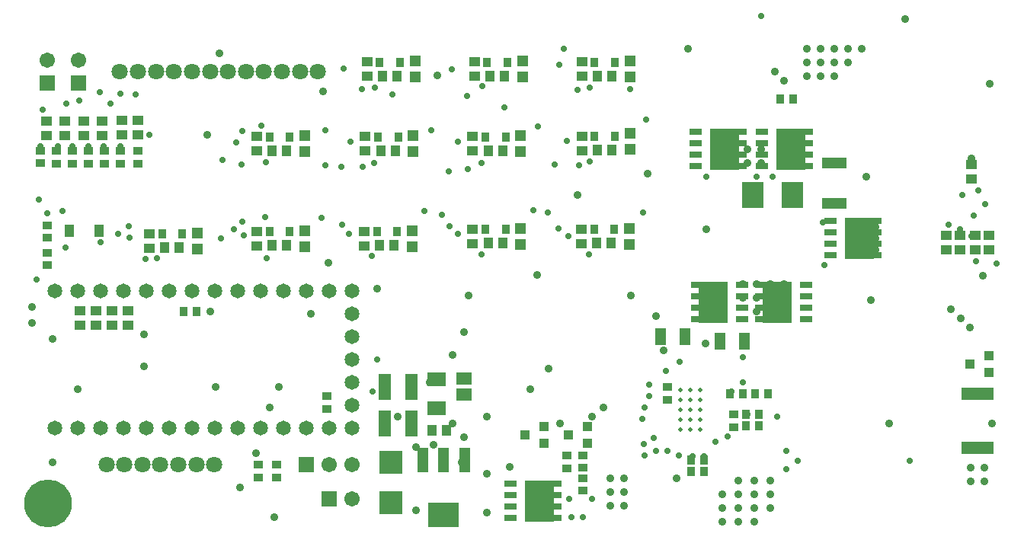
<source format=gbs>
G04 Layer_Color=16711935*
%FSAX24Y24*%
%MOIN*%
G70*
G01*
G75*
%ADD79R,0.0434X0.0356*%
%ADD99R,0.0356X0.0434*%
%ADD102C,0.0650*%
%ADD103C,0.0671*%
%ADD104R,0.0671X0.0671*%
%ADD105C,0.0710*%
%ADD106R,0.0671X0.0671*%
%ADD107C,0.2090*%
%ADD108C,0.0360*%
%ADD109C,0.0280*%
%ADD110C,0.0198*%
%ADD111R,0.0550X0.0300*%
%ADD112R,0.1399X0.0572*%
%ADD113R,0.0474X0.0434*%
%ADD114R,0.0986X0.0986*%
%ADD115R,0.0434X0.0474*%
%ADD116R,0.0533X0.1143*%
%ADD117R,0.0828X0.0612*%
%ADD118R,0.0651X0.0533*%
%ADD119R,0.0440X0.0400*%
%ADD120R,0.0474X0.1064*%
%ADD121R,0.1379X0.1064*%
%ADD122R,0.0454X0.0749*%
%ADD123R,0.0930X0.1160*%
%ADD124R,0.1104X0.0493*%
%ADD125R,0.0328X0.0407*%
%ADD126R,0.0513X0.0513*%
%ADD127R,0.0438X0.0560*%
%ADD128R,0.1300X0.1812*%
D79*
X035000Y013524D02*
D03*
Y014076D02*
D03*
X035800Y014076D02*
D03*
Y013524D02*
D03*
X038000Y016524D02*
D03*
Y017076D02*
D03*
X049200Y014500D02*
D03*
Y013949D02*
D03*
Y013500D02*
D03*
Y012949D02*
D03*
X052900Y016924D02*
D03*
Y017476D02*
D03*
X055800Y015724D02*
D03*
Y016276D02*
D03*
X048500Y014476D02*
D03*
Y013924D02*
D03*
X025766Y023361D02*
D03*
Y022810D02*
D03*
Y024561D02*
D03*
Y024010D02*
D03*
X029716Y027260D02*
D03*
Y027811D02*
D03*
X028966Y027811D02*
D03*
Y027260D02*
D03*
X028266Y027811D02*
D03*
Y027260D02*
D03*
X027566Y027811D02*
D03*
Y027260D02*
D03*
X026866Y027811D02*
D03*
Y027260D02*
D03*
X026166Y027811D02*
D03*
Y027260D02*
D03*
X025466Y027836D02*
D03*
Y027285D02*
D03*
D99*
X032276Y020800D02*
D03*
X031724D02*
D03*
X054476Y014300D02*
D03*
X053924D02*
D03*
X054476Y013800D02*
D03*
X053924D02*
D03*
X056876Y016276D02*
D03*
X056324D02*
D03*
X056876Y015776D02*
D03*
X056324D02*
D03*
X055624Y017200D02*
D03*
X056176D02*
D03*
X057276D02*
D03*
X056724D02*
D03*
X058376Y030100D02*
D03*
X057824D02*
D03*
D102*
X026100Y015700D02*
D03*
X027100D02*
D03*
X028100D02*
D03*
X029100D02*
D03*
X030100D02*
D03*
X031100D02*
D03*
X032100D02*
D03*
X033100D02*
D03*
X034100D02*
D03*
X035100D02*
D03*
X036100D02*
D03*
X037100D02*
D03*
X038100D02*
D03*
X039100D02*
D03*
Y016700D02*
D03*
Y017700D02*
D03*
Y018700D02*
D03*
Y019700D02*
D03*
Y020700D02*
D03*
Y021700D02*
D03*
X038100D02*
D03*
X037100D02*
D03*
X036100D02*
D03*
X035100D02*
D03*
X034100D02*
D03*
X033100D02*
D03*
X032100D02*
D03*
X031100D02*
D03*
X030100D02*
D03*
X029100D02*
D03*
X028100D02*
D03*
X027100D02*
D03*
X026100D02*
D03*
D103*
X027116Y031786D02*
D03*
X025766D02*
D03*
X039100Y012600D02*
D03*
Y014100D02*
D03*
X038100D02*
D03*
D104*
X027116Y030786D02*
D03*
X025766D02*
D03*
D105*
X029910Y014100D02*
D03*
X030700D02*
D03*
X031490D02*
D03*
X032277D02*
D03*
X033065D02*
D03*
X029128D02*
D03*
X028340D02*
D03*
X032872Y031286D02*
D03*
X028935D02*
D03*
X029722D02*
D03*
X030510D02*
D03*
X031300D02*
D03*
X032090D02*
D03*
X036814D02*
D03*
X036024D02*
D03*
X035234D02*
D03*
X034447D02*
D03*
X033659D02*
D03*
X037596D02*
D03*
D106*
X038100Y012600D02*
D03*
X037100Y014100D02*
D03*
D107*
X025800Y012400D02*
D03*
D108*
X065705Y020495D02*
D03*
X066110Y020090D02*
D03*
X061800Y021300D02*
D03*
X045000Y013700D02*
D03*
X046000Y014000D02*
D03*
X061600Y026700D02*
D03*
X049600Y016200D02*
D03*
X053800Y032300D02*
D03*
X026000Y014200D02*
D03*
X040200Y021800D02*
D03*
X054600Y024400D02*
D03*
X044200Y021500D02*
D03*
X047200Y022400D02*
D03*
X043500Y018900D02*
D03*
X037300Y020700D02*
D03*
X030000Y018400D02*
D03*
X027100Y017400D02*
D03*
X034900Y014600D02*
D03*
X025100Y020982D02*
D03*
Y020300D02*
D03*
X026000Y019600D02*
D03*
X033119Y017501D02*
D03*
X035900Y017500D02*
D03*
X030000Y019800D02*
D03*
X063300Y033600D02*
D03*
X067000Y030763D02*
D03*
X035700Y011800D02*
D03*
X042500Y017695D02*
D03*
X045000Y012000D02*
D03*
X055300Y012800D02*
D03*
Y012200D02*
D03*
Y011600D02*
D03*
X056000Y013400D02*
D03*
Y011600D02*
D03*
Y012200D02*
D03*
Y012800D02*
D03*
X061400Y032300D02*
D03*
X060800D02*
D03*
X060200D02*
D03*
X059600D02*
D03*
X059000D02*
D03*
X062600Y015900D02*
D03*
X067100D02*
D03*
X056700Y011600D02*
D03*
X060800Y031700D02*
D03*
X060200D02*
D03*
X059000D02*
D03*
X059600D02*
D03*
X060200Y031100D02*
D03*
X059600D02*
D03*
X056700Y012200D02*
D03*
X057400D02*
D03*
Y012800D02*
D03*
X056700D02*
D03*
Y013400D02*
D03*
X057400D02*
D03*
X032900Y020800D02*
D03*
X044000Y019900D02*
D03*
X045000Y016200D02*
D03*
X041898Y014863D02*
D03*
X041900Y012100D02*
D03*
X051000Y013500D02*
D03*
X050400D02*
D03*
X051000Y012900D02*
D03*
X050400D02*
D03*
Y012300D02*
D03*
X051000D02*
D03*
X050100Y016600D02*
D03*
X040900Y014300D02*
D03*
X043500Y015900D02*
D03*
X043900Y014200D02*
D03*
X042647Y014974D02*
D03*
X041100Y016200D02*
D03*
X051300Y021500D02*
D03*
X052400Y020600D02*
D03*
X054550Y019400D02*
D03*
X057600Y031300D02*
D03*
X062000Y024500D02*
D03*
X061500D02*
D03*
X061000D02*
D03*
X062000Y024000D02*
D03*
X061500D02*
D03*
X061000D02*
D03*
X062000Y023500D02*
D03*
X061500D02*
D03*
X061000D02*
D03*
X052733Y019100D02*
D03*
X055800Y028500D02*
D03*
X055200D02*
D03*
X056400Y027900D02*
D03*
X055800D02*
D03*
X055200D02*
D03*
X056400Y027300D02*
D03*
X055800D02*
D03*
X055200D02*
D03*
X033300Y032100D02*
D03*
X065300Y020900D02*
D03*
X066750Y013350D02*
D03*
X066150D02*
D03*
X066750Y013950D02*
D03*
X066150D02*
D03*
X048966Y025886D02*
D03*
X032766Y028536D02*
D03*
X052016Y026836D02*
D03*
X037816Y030436D02*
D03*
X042816Y031136D02*
D03*
X038066Y022936D02*
D03*
X066700Y022350D02*
D03*
X053300Y013500D02*
D03*
X066200Y027500D02*
D03*
X057000Y027900D02*
D03*
Y027300D02*
D03*
X056200Y021400D02*
D03*
Y022000D02*
D03*
X056800D02*
D03*
Y021400D02*
D03*
Y020800D02*
D03*
X057400D02*
D03*
Y021400D02*
D03*
Y022000D02*
D03*
X058000D02*
D03*
Y021400D02*
D03*
X034200Y013100D02*
D03*
X048200Y015900D02*
D03*
X047700Y018300D02*
D03*
X046900Y017400D02*
D03*
X035500Y016600D02*
D03*
X044000Y015300D02*
D03*
X058000Y030900D02*
D03*
X059000Y031100D02*
D03*
D109*
X053400Y014500D02*
D03*
X049600Y012600D02*
D03*
X067300Y022907D02*
D03*
X057000Y033719D02*
D03*
X025381Y025700D02*
D03*
X025766Y025086D02*
D03*
X026416Y025186D02*
D03*
X026566Y023586D02*
D03*
X025300Y022200D02*
D03*
X040200Y018700D02*
D03*
X058102Y014680D02*
D03*
X058100Y013900D02*
D03*
X059700Y024700D02*
D03*
X055300Y019700D02*
D03*
X057700Y016200D02*
D03*
X056200Y018800D02*
D03*
X054000Y014469D02*
D03*
X054500D02*
D03*
X055000Y015100D02*
D03*
X055508Y015321D02*
D03*
X056400Y016299D02*
D03*
X055700Y017300D02*
D03*
X059765Y022819D02*
D03*
X056200Y017700D02*
D03*
X052081Y017600D02*
D03*
X053433Y018600D02*
D03*
X052833Y018200D02*
D03*
X056800Y026700D02*
D03*
X054600D02*
D03*
X057500D02*
D03*
X052100Y017100D02*
D03*
X051900Y016600D02*
D03*
X026866Y028036D02*
D03*
X028866Y024186D02*
D03*
X029316Y024536D02*
D03*
X035116Y028936D02*
D03*
X035316Y027336D02*
D03*
X049009Y027185D02*
D03*
X033416Y027436D02*
D03*
X037916Y027186D02*
D03*
X038616Y027136D02*
D03*
X034266Y027236D02*
D03*
X039566Y027136D02*
D03*
X040066Y027286D02*
D03*
X039016Y028236D02*
D03*
X028104Y023831D02*
D03*
X043716Y028236D02*
D03*
Y024186D02*
D03*
X048489Y028250D02*
D03*
X049466Y023286D02*
D03*
X044766D02*
D03*
X049489Y027350D02*
D03*
X044789Y030650D02*
D03*
X040089Y030600D02*
D03*
X044766Y027286D02*
D03*
X030566Y023136D02*
D03*
X030066Y023086D02*
D03*
X035366Y023136D02*
D03*
X043016Y025036D02*
D03*
X043369Y024517D02*
D03*
X047666Y025136D02*
D03*
X035279Y024917D02*
D03*
X048566Y024086D02*
D03*
X048116Y024436D02*
D03*
X047966Y027236D02*
D03*
X044166Y027036D02*
D03*
X043316Y026936D02*
D03*
X033912Y024398D02*
D03*
X034366Y024136D02*
D03*
X034272Y024715D02*
D03*
X051966Y029186D02*
D03*
X051239Y030542D02*
D03*
X048966Y030486D02*
D03*
X045766Y029736D02*
D03*
X044116Y030236D02*
D03*
X027166Y030036D02*
D03*
X025466Y028036D02*
D03*
X026216D02*
D03*
X028067Y030386D02*
D03*
X030216Y028536D02*
D03*
X028966Y028036D02*
D03*
X027566D02*
D03*
X028216D02*
D03*
X025566Y029636D02*
D03*
X026584Y029903D02*
D03*
X029616Y030286D02*
D03*
X028514Y029885D02*
D03*
X028966Y030336D02*
D03*
X033366Y023986D02*
D03*
X039966Y023236D02*
D03*
X038966Y024186D02*
D03*
X038666Y024586D02*
D03*
X037766Y024886D02*
D03*
X042266Y025186D02*
D03*
X047016Y025236D02*
D03*
X034016Y028186D02*
D03*
X034287Y028686D02*
D03*
X037916Y028736D02*
D03*
X042566D02*
D03*
X047216Y028886D02*
D03*
X039516Y030536D02*
D03*
X040866Y030286D02*
D03*
X038735Y031436D02*
D03*
X043466Y031405D02*
D03*
X049489Y030600D02*
D03*
X048366Y032286D02*
D03*
X048166Y031586D02*
D03*
X051816Y025136D02*
D03*
X029366Y024036D02*
D03*
X063500Y014250D02*
D03*
X058600D02*
D03*
X052400Y014700D02*
D03*
X052900D02*
D03*
X051900Y014500D02*
D03*
X040000Y017300D02*
D03*
X051800Y016100D02*
D03*
X052297Y015252D02*
D03*
X051850Y015000D02*
D03*
X066400Y023000D02*
D03*
X065200Y024600D02*
D03*
X066200Y024100D02*
D03*
X065700Y024400D02*
D03*
X066300Y025000D02*
D03*
X065800Y025900D02*
D03*
X066500Y026100D02*
D03*
X066800Y025500D02*
D03*
X056300Y015724D02*
D03*
X048600Y012600D02*
D03*
X049200Y011800D02*
D03*
X048700D02*
D03*
D110*
X054333Y015634D02*
D03*
X053900D02*
D03*
X053467D02*
D03*
X054333Y016067D02*
D03*
X053900D02*
D03*
X053467D02*
D03*
X054333Y016500D02*
D03*
X053900D02*
D03*
X053467D02*
D03*
X054333Y016933D02*
D03*
X053900D02*
D03*
X053467D02*
D03*
X054333Y017366D02*
D03*
X053900D02*
D03*
X053467D02*
D03*
D111*
X046005Y011750D02*
D03*
Y012250D02*
D03*
Y012750D02*
D03*
Y013250D02*
D03*
X047995Y011750D02*
D03*
Y012250D02*
D03*
Y012750D02*
D03*
Y013250D02*
D03*
X056162Y021950D02*
D03*
Y021450D02*
D03*
Y020950D02*
D03*
Y020450D02*
D03*
X054172Y021950D02*
D03*
Y021450D02*
D03*
Y020950D02*
D03*
Y020450D02*
D03*
X056972D02*
D03*
Y020950D02*
D03*
Y021450D02*
D03*
Y021950D02*
D03*
X058962Y020450D02*
D03*
Y020950D02*
D03*
Y021450D02*
D03*
Y021950D02*
D03*
X054105Y027150D02*
D03*
Y027650D02*
D03*
Y028150D02*
D03*
Y028650D02*
D03*
X056095Y027150D02*
D03*
Y027650D02*
D03*
Y028150D02*
D03*
Y028650D02*
D03*
X057005Y027150D02*
D03*
Y027650D02*
D03*
Y028150D02*
D03*
Y028650D02*
D03*
X058995Y027150D02*
D03*
Y027650D02*
D03*
Y028150D02*
D03*
Y028650D02*
D03*
X061995Y024750D02*
D03*
Y024250D02*
D03*
Y023750D02*
D03*
Y023250D02*
D03*
X060005Y024750D02*
D03*
Y024250D02*
D03*
Y023750D02*
D03*
Y023250D02*
D03*
D112*
X066450Y017181D02*
D03*
Y014819D02*
D03*
D113*
X027200Y020815D02*
D03*
Y020185D02*
D03*
X027900Y020815D02*
D03*
Y020185D02*
D03*
X028600Y020815D02*
D03*
Y020185D02*
D03*
X029300Y020815D02*
D03*
Y020185D02*
D03*
X065100Y024115D02*
D03*
Y023485D02*
D03*
X065700Y024115D02*
D03*
Y023485D02*
D03*
X039739Y031085D02*
D03*
Y031715D02*
D03*
X034916Y027821D02*
D03*
Y028451D02*
D03*
X039666Y027821D02*
D03*
Y028451D02*
D03*
X044366Y027821D02*
D03*
Y028451D02*
D03*
X049139Y027835D02*
D03*
Y028465D02*
D03*
Y031085D02*
D03*
Y031715D02*
D03*
X044439Y031085D02*
D03*
Y031715D02*
D03*
X049116Y023771D02*
D03*
Y024401D02*
D03*
X030216Y023571D02*
D03*
Y024201D02*
D03*
X034916Y023671D02*
D03*
Y024301D02*
D03*
X039616Y023671D02*
D03*
Y024301D02*
D03*
X044366Y023771D02*
D03*
Y024401D02*
D03*
X029716Y029151D02*
D03*
Y028521D02*
D03*
X029016Y029151D02*
D03*
Y028521D02*
D03*
X028166Y029136D02*
D03*
Y028506D02*
D03*
X027366Y029136D02*
D03*
Y028506D02*
D03*
X026516Y029136D02*
D03*
Y028506D02*
D03*
X025716Y029136D02*
D03*
Y028506D02*
D03*
X066950Y024115D02*
D03*
Y023485D02*
D03*
X066350Y024115D02*
D03*
Y023485D02*
D03*
X066200Y026585D02*
D03*
Y027215D02*
D03*
D114*
X040800Y012414D02*
D03*
Y014186D02*
D03*
D115*
X042585Y015600D02*
D03*
X043215D02*
D03*
X036231Y027836D02*
D03*
X035601D02*
D03*
X045681D02*
D03*
X045051D02*
D03*
X050453Y027850D02*
D03*
X049824D02*
D03*
X050453Y031100D02*
D03*
X049824D02*
D03*
X045753D02*
D03*
X045124D02*
D03*
X041053D02*
D03*
X040424D02*
D03*
X031531Y023586D02*
D03*
X030901D02*
D03*
X036231Y023686D02*
D03*
X035601D02*
D03*
X050431Y023786D02*
D03*
X049801D02*
D03*
X040981Y027836D02*
D03*
X040351D02*
D03*
X040931Y023686D02*
D03*
X040301D02*
D03*
X045681Y023786D02*
D03*
X045051D02*
D03*
D116*
X040509Y017500D02*
D03*
X041691D02*
D03*
X040509Y015900D02*
D03*
X041691D02*
D03*
D117*
X042800Y017830D02*
D03*
Y016570D02*
D03*
D118*
X044000Y017146D02*
D03*
Y017854D02*
D03*
D119*
X047494Y015774D02*
D03*
Y015020D02*
D03*
X046660Y015400D02*
D03*
X049394Y015774D02*
D03*
Y015020D02*
D03*
X048560Y015400D02*
D03*
X066944Y018874D02*
D03*
Y018120D02*
D03*
X066110Y018500D02*
D03*
D120*
X042194Y014301D02*
D03*
X043100D02*
D03*
X044006D02*
D03*
D121*
X043100Y011899D02*
D03*
D122*
X053665Y019700D02*
D03*
X052602D02*
D03*
X055202Y019500D02*
D03*
X056265D02*
D03*
D123*
X058370Y025900D02*
D03*
X056630D02*
D03*
D124*
X060200Y025514D02*
D03*
Y027286D02*
D03*
D125*
X041105Y028436D02*
D03*
X040227D02*
D03*
X045805D02*
D03*
X044927D02*
D03*
X050578Y028450D02*
D03*
X049700D02*
D03*
X050578Y031700D02*
D03*
X049700D02*
D03*
X045878D02*
D03*
X045000D02*
D03*
X041178D02*
D03*
X040300D02*
D03*
X031655Y024186D02*
D03*
X030777D02*
D03*
X050555Y024386D02*
D03*
X049677D02*
D03*
X036355Y028436D02*
D03*
X035477D02*
D03*
X036355Y024286D02*
D03*
X035477D02*
D03*
X041055D02*
D03*
X040177D02*
D03*
X045805Y024386D02*
D03*
X044927D02*
D03*
D126*
X046466Y027782D02*
D03*
Y028490D02*
D03*
X051239Y027896D02*
D03*
Y028604D02*
D03*
Y031046D02*
D03*
Y031754D02*
D03*
X046539Y031046D02*
D03*
Y031754D02*
D03*
X041839Y031046D02*
D03*
Y031754D02*
D03*
X032316Y023531D02*
D03*
Y024240D02*
D03*
X037016Y023631D02*
D03*
Y024340D02*
D03*
X051216Y023732D02*
D03*
Y024440D02*
D03*
X037016Y027782D02*
D03*
Y028490D02*
D03*
X041766Y027782D02*
D03*
Y028490D02*
D03*
X041716Y023631D02*
D03*
Y024340D02*
D03*
X046466Y023732D02*
D03*
Y024440D02*
D03*
D127*
X028009Y024336D02*
D03*
X026722D02*
D03*
D128*
X047295Y012500D02*
D03*
X054872Y021200D02*
D03*
X057672D02*
D03*
X055395Y027900D02*
D03*
X058295D02*
D03*
X061295Y024000D02*
D03*
M02*

</source>
